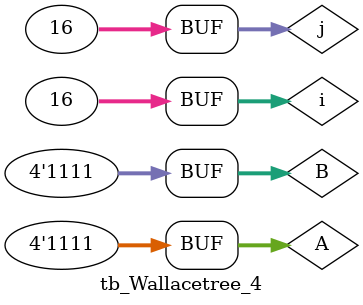
<source format=v>
module tb_Wallacetree_4;
    reg [3:0] A;
    reg [3:0] B;

    wire [7:0] M_OUT;
    wire [6:0] P0;
    integer i,j,error;

    Wallace_tree_4 DUT (A,B,M_OUT);
    

    initial begin
        $monitor ("A B M_OUT = %d %d %d", A, B, M_OUT);
        error = 0;
        for(i=0;i <=15;i = i+1)
            for(j=0;j <=15;j = j+1) 
            begin
                A <= i; 
                B <= j;
                #1;
                if(M_OUT != A*B) //if the result isnt correct increment "error".
                    error = error + 1;  
            end     
    end
      
endmodule

</source>
